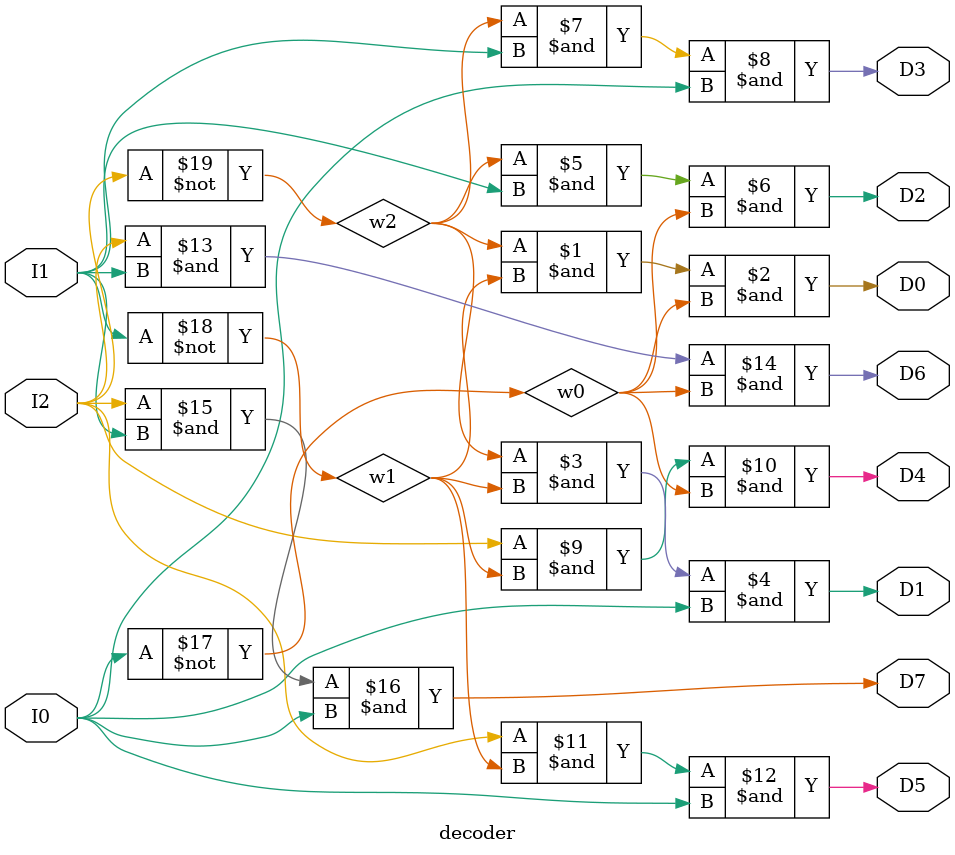
<source format=v>
module decoder(input I2, I1, I0, output D7, D6, D5, D4, D3, D2, D1, D0);
    wire w0, w1, w2;
    
    not(w0, I0);
    not(w1, I1);
    not(w2, I2);
    
    and(D0, w2, w1, w0);
    and(D1, w2, w1, I0);
    and(D2, w2, I1, w0);
    and(D3, w2, I1, I0);
    and(D4, I2, w1, w0);
    and(D5, I2, w1, I0);
    and(D6, I2, I1, w0);
    and(D7, I2, I1, I0);
    
endmodule
</source>
